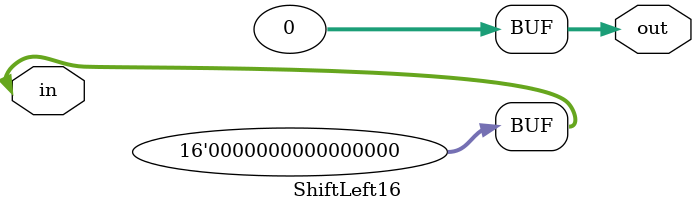
<source format=v>
module ShiftLeft16(
    input wire [15:0] in,
    output wire [31:0] out
);
    assign out = {{16'b0000000000000000}, in};
    assign out = out << 16; 

endmodule
</source>
